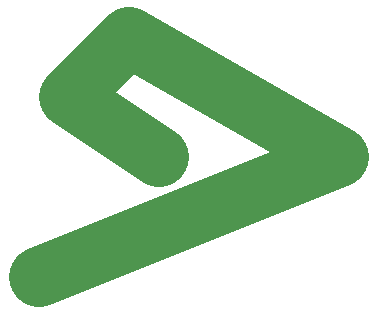
<source format=gbr>
%FSLAX34Y34*%
%MOIN*%
%ADD10C,0.2*%
D10*
G01*
X10000Y4000D01*
G01*
X3000Y8000D01*
G01*
X1000Y6000D01*
G01*
X4000Y4000D01*
M02*

</source>
